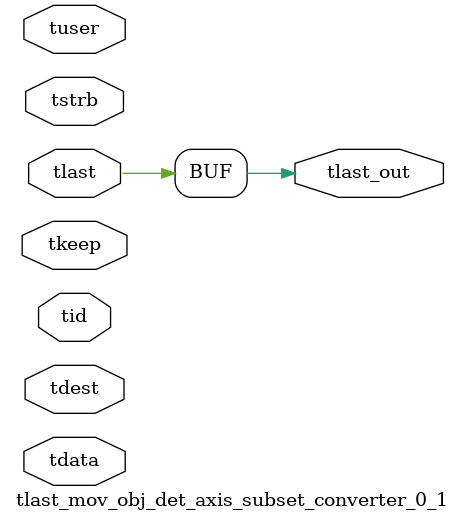
<source format=v>


`timescale 1ps/1ps

module tlast_mov_obj_det_axis_subset_converter_0_1 #
(
parameter C_S_AXIS_TID_WIDTH   = 1,
parameter C_S_AXIS_TUSER_WIDTH = 0,
parameter C_S_AXIS_TDATA_WIDTH = 0,
parameter C_S_AXIS_TDEST_WIDTH = 0
)
(
input  [(C_S_AXIS_TID_WIDTH   == 0 ? 1 : C_S_AXIS_TID_WIDTH)-1:0       ] tid,
input  [(C_S_AXIS_TDATA_WIDTH == 0 ? 1 : C_S_AXIS_TDATA_WIDTH)-1:0     ] tdata,
input  [(C_S_AXIS_TUSER_WIDTH == 0 ? 1 : C_S_AXIS_TUSER_WIDTH)-1:0     ] tuser,
input  [(C_S_AXIS_TDEST_WIDTH == 0 ? 1 : C_S_AXIS_TDEST_WIDTH)-1:0     ] tdest,
input  [(C_S_AXIS_TDATA_WIDTH/8)-1:0 ] tkeep,
input  [(C_S_AXIS_TDATA_WIDTH/8)-1:0 ] tstrb,
input  [0:0]                                                             tlast,
output                                                                   tlast_out
);

assign tlast_out = {tlast[0]};

endmodule


</source>
